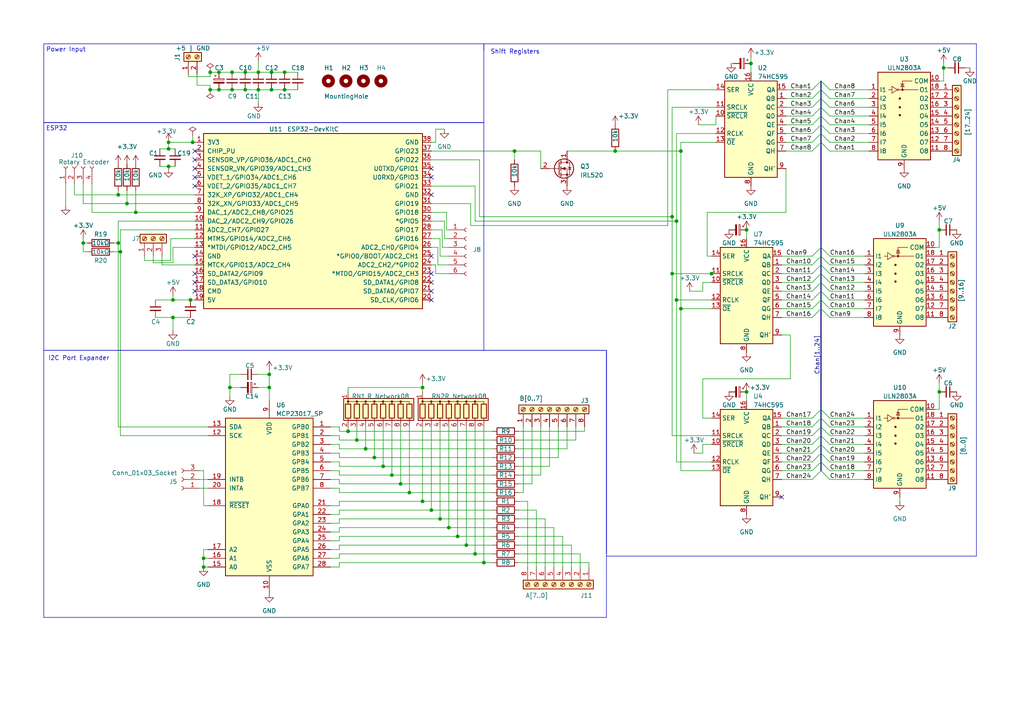
<source format=kicad_sch>
(kicad_sch (version 20230121) (generator eeschema)
  (paper "A4")
  (title_block (title "Workbench Controller") (date "2023-05-27") (rev "V.20230527.01"))
  (junction (at 71.12 26.035))
  (junction (at 137.795 160.655))
  (junction (at 50.165 86.995))
  (junction (at 34.29 70.485))
  (junction (at 48.895 43.18))
  (junction (at 196.215 86.995))
  (junction (at 103.505 127.635))
  (junction (at 197.485 43.815))
  (junction (at 82.55 20.955))
  (junction (at 60.96 20.955))
  (junction (at 55.88 41.275))
  (junction (at 216.535 66.675))
  (junction (at 100.965 125.095))
  (junction (at 34.925 73.025))
  (junction (at 67.31 26.035))
  (junction (at 125.095 147.955))
  (junction (at 78.74 20.955))
  (junction (at 217.805 18.415))
  (junction (at 59.055 164.465))
  (junction (at 135.255 158.115))
  (junction (at 206.375 79.375))
  (junction (at 272.415 113.665))
  (junction (at 60.96 26.035))
  (junction (at 48.895 41.275))
  (junction (at 197.485 89.535))
  (junction (at 59.055 161.925))
  (junction (at 130.175 153.035))
  (junction (at 140.335 163.195))
  (junction (at 273.685 19.685))
  (junction (at 122.555 145.415))
  (junction (at 127.635 150.495))
  (junction (at 272.415 66.675))
  (junction (at 55.245 86.995))
  (junction (at 82.55 26.035))
  (junction (at 74.93 20.955))
  (junction (at 132.715 155.575))
  (junction (at 194.945 62.865))
  (junction (at 63.5 20.955))
  (junction (at 113.665 137.795))
  (junction (at 71.12 20.955))
  (junction (at 78.105 112.395))
  (junction (at 111.125 135.255))
  (junction (at 216.535 113.665))
  (junction (at 48.895 48.26))
  (junction (at 122.555 112.395))
  (junction (at 194.945 79.375))
  (junction (at 50.165 92.075))
  (junction (at 36.83 59.055))
  (junction (at 74.93 26.035))
  (junction (at 24.13 70.485))
  (junction (at 66.675 112.395))
  (junction (at 106.045 130.175))
  (junction (at 108.585 132.715))
  (junction (at 116.205 140.335))
  (junction (at 178.435 43.815))
  (junction (at 34.29 56.515))
  (junction (at 78.105 108.585))
  (junction (at 63.5 26.035))
  (junction (at 149.225 43.815))
  (junction (at 67.31 20.955))
  (junction (at 118.745 142.875))
  (junction (at 78.74 26.035))
  (junction (at 39.37 61.595))
  (junction (at 196.215 64.135))
  (no_connect (at 56.515 46.355))
  (no_connect (at 56.515 81.915))
  (no_connect (at 56.515 48.895))
  (no_connect (at 56.515 43.815))
  (no_connect (at 125.095 51.435))
  (no_connect (at 125.095 86.995))
  (no_connect (at 56.515 51.435))
  (no_connect (at 125.095 48.895))
  (no_connect (at 125.095 79.375))
  (no_connect (at 125.095 84.455))
  (no_connect (at 56.515 53.975))
  (no_connect (at 56.515 79.375))
  (no_connect (at 56.515 84.455))
  (no_connect (at 125.095 56.515))
  (no_connect (at 56.515 74.295))
  (no_connect (at 226.695 144.145))
  (no_connect (at 125.095 81.915))
  (no_connect (at 125.095 74.295))
  (bus_entry (at 240.665 136.525) (size -2.54 -2.54))
  (bus_entry (at 235.585 38.735) (size 2.54 -2.54))
  (bus_entry (at 240.665 79.375) (size -2.54 -2.54))
  (bus_entry (at 240.665 131.445) (size -2.54 -2.54))
  (bus_entry (at 240.665 84.455) (size -2.54 -2.54))
  (bus_entry (at 235.585 139.065) (size 2.54 -2.54))
  (bus_entry (at 235.585 81.915) (size 2.54 -2.54))
  (bus_entry (at 240.665 89.535) (size -2.54 -2.54))
  (bus_entry (at 235.585 28.575) (size 2.54 -2.54))
  (bus_entry (at 235.585 86.995) (size 2.54 -2.54))
  (bus_entry (at 235.585 36.195) (size 2.54 -2.54))
  (bus_entry (at 235.585 131.445) (size 2.54 -2.54))
  (bus_entry (at 235.585 79.375) (size 2.54 -2.54))
  (bus_entry (at 240.665 128.905) (size -2.54 -2.54))
  (bus_entry (at 235.585 126.365) (size 2.54 -2.54))
  (bus_entry (at 235.585 89.535) (size 2.54 -2.54))
  (bus_entry (at 240.665 36.195) (size -2.54 -2.54))
  (bus_entry (at 235.585 123.825) (size 2.54 -2.54))
  (bus_entry (at 240.665 81.915) (size -2.54 -2.54))
  (bus_entry (at 235.585 84.455) (size 2.54 -2.54))
  (bus_entry (at 240.665 126.365) (size -2.54 -2.54))
  (bus_entry (at 240.665 92.075) (size -2.54 -2.54))
  (bus_entry (at 235.585 76.835) (size 2.54 -2.54))
  (bus_entry (at 235.585 92.075) (size 2.54 -2.54))
  (bus_entry (at 240.665 86.995) (size -2.54 -2.54))
  (bus_entry (at 240.665 31.115) (size -2.54 -2.54))
  (bus_entry (at 240.665 76.835) (size -2.54 -2.54))
  (bus_entry (at 240.665 33.655) (size -2.54 -2.54))
  (bus_entry (at 235.585 128.905) (size 2.54 -2.54))
  (bus_entry (at 235.585 74.295) (size 2.54 -2.54))
  (bus_entry (at 235.585 26.035) (size 2.54 -2.54))
  (bus_entry (at 235.585 121.285) (size 2.54 -2.54))
  (bus_entry (at 240.665 139.065) (size -2.54 -2.54))
  (bus_entry (at 240.665 28.575) (size -2.54 -2.54))
  (bus_entry (at 235.585 136.525) (size 2.54 -2.54))
  (bus_entry (at 235.585 43.815) (size 2.54 -2.54))
  (bus_entry (at 235.585 33.655) (size 2.54 -2.54))
  (bus_entry (at 235.585 41.275) (size 2.54 -2.54))
  (bus_entry (at 240.665 38.735) (size -2.54 -2.54))
  (bus_entry (at 235.585 133.985) (size 2.54 -2.54))
  (bus_entry (at 240.665 121.285) (size -2.54 -2.54))
  (bus_entry (at 240.665 74.295) (size -2.54 -2.54))
  (bus_entry (at 240.665 41.275) (size -2.54 -2.54))
  (bus_entry (at 240.665 26.035) (size -2.54 -2.54))
  (bus_entry (at 240.665 133.985) (size -2.54 -2.54))
  (bus_entry (at 235.585 31.115) (size 2.54 -2.54))
  (bus_entry (at 240.665 123.825) (size -2.54 -2.54))
  (bus_entry (at 240.665 43.815) (size -2.54 -2.54))
  (bus (pts (xy 238.125 128.905) (xy 238.125 126.365)))
  (wire (pts (xy 273.685 18.415) (xy 273.685 19.685)))
  (wire (pts (xy 137.795 160.655) (xy 142.875 160.655)))
  (wire (pts (xy 151.765 142.875) (xy 150.495 142.875)))
  (wire (pts (xy 216.535 113.665) (xy 216.535 116.205)))
  (wire (pts (xy 137.795 64.135) (xy 196.215 64.135)))
  (wire (pts (xy 36.83 59.055) (xy 56.515 59.055)))
  (wire (pts (xy 98.425 156.845) (xy 95.885 156.845)))
  (wire (pts (xy 95.885 154.305) (xy 98.425 154.305)))
  (bus (pts (xy 238.125 84.455) (xy 238.125 81.915)))
  (wire (pts (xy 60.96 24.765) (xy 60.96 26.035)))
  (wire (pts (xy 226.695 76.835) (xy 235.585 76.835)))
  (wire (pts (xy 116.205 140.335) (xy 142.875 140.335)))
  (wire (pts (xy 125.095 71.755) (xy 127 71.755)))
  (wire (pts (xy 128.905 64.135) (xy 125.095 64.135)))
  (wire (pts (xy 59.055 136.525) (xy 57.785 136.525)))
  (wire (pts (xy 197.485 136.525) (xy 206.375 136.525)))
  (bus (pts (xy 238.125 89.535) (xy 238.125 86.995)))
  (polyline (pts (xy 283.21 161.29) (xy 283.21 12.7)))
  (wire (pts (xy 197.485 89.535) (xy 206.375 89.535)))
  (wire (pts (xy 48.895 43.18) (xy 50.8 43.18)))
  (wire (pts (xy 74.93 108.585) (xy 78.105 108.585)))
  (wire (pts (xy 98.425 158.115) (xy 135.255 158.115)))
  (wire (pts (xy 240.665 136.525) (xy 250.825 136.525)))
  (wire (pts (xy 227.965 33.655) (xy 235.585 33.655)))
  (bus (pts (xy 238.125 133.985) (xy 238.125 131.445)))
  (wire (pts (xy 164.465 123.825) (xy 164.465 130.175)))
  (wire (pts (xy 98.425 160.655) (xy 98.425 161.925)))
  (wire (pts (xy 127.635 150.495) (xy 142.875 150.495)))
  (wire (pts (xy 203.835 121.285) (xy 206.375 121.285)))
  (wire (pts (xy 106.045 123.825) (xy 106.045 130.175)))
  (wire (pts (xy 103.505 123.825) (xy 103.505 127.635)))
  (wire (pts (xy 63.5 20.955) (xy 67.31 20.955)))
  (wire (pts (xy 95.885 133.985) (xy 98.425 133.985)))
  (wire (pts (xy 197.485 43.815) (xy 197.485 89.535)))
  (wire (pts (xy 103.505 127.635) (xy 142.875 127.635)))
  (wire (pts (xy 167.005 127.635) (xy 150.495 127.635)))
  (wire (pts (xy 44.45 76.2) (xy 44.45 74.295)))
  (wire (pts (xy 194.945 79.375) (xy 206.375 79.375)))
  (wire (pts (xy 126.365 79.375) (xy 130.175 79.375)))
  (wire (pts (xy 98.425 145.415) (xy 98.425 146.685)))
  (wire (pts (xy 34.29 64.135) (xy 56.515 64.135)))
  (wire (pts (xy 46.355 48.26) (xy 48.895 48.26)))
  (wire (pts (xy 127.635 123.825) (xy 127.635 150.495)))
  (wire (pts (xy 154.305 140.335) (xy 154.305 123.825)))
  (wire (pts (xy 227.965 28.575) (xy 235.585 28.575)))
  (wire (pts (xy 168.275 164.465) (xy 168.275 160.655)))
  (wire (pts (xy 273.685 19.685) (xy 273.685 23.495)))
  (bus (pts (xy 238.125 79.375) (xy 238.125 76.835)))
  (wire (pts (xy 50.165 76.2) (xy 44.45 76.2)))
  (wire (pts (xy 74.93 20.955) (xy 78.74 20.955)))
  (wire (pts (xy 126.365 37.465) (xy 126.365 41.275)))
  (wire (pts (xy 194.945 62.865) (xy 194.945 79.375)))
  (wire (pts (xy 216.535 66.675) (xy 216.535 69.215)))
  (wire (pts (xy 24.13 70.485) (xy 24.13 73.025)))
  (wire (pts (xy 113.665 123.825) (xy 113.665 137.795)))
  (wire (pts (xy 98.425 137.795) (xy 113.665 137.795)))
  (wire (pts (xy 163.195 155.575) (xy 150.495 155.575)))
  (wire (pts (xy 122.555 123.825) (xy 122.555 145.415)))
  (wire (pts (xy 116.205 123.825) (xy 116.205 140.335)))
  (wire (pts (xy 78.74 26.035) (xy 82.55 26.035)))
  (wire (pts (xy 217.805 18.415) (xy 217.805 20.955)))
  (wire (pts (xy 98.425 130.175) (xy 106.045 130.175)))
  (wire (pts (xy 98.425 139.065) (xy 98.425 140.335)))
  (wire (pts (xy 122.555 112.395) (xy 122.555 113.665)))
  (wire (pts (xy 98.425 155.575) (xy 98.425 156.845)))
  (wire (pts (xy 34.29 70.485) (xy 34.29 123.825)))
  (wire (pts (xy 205.105 74.295) (xy 206.375 74.295)))
  (bus (pts (xy 238.125 76.835) (xy 238.125 74.295)))
  (wire (pts (xy 108.585 123.825) (xy 108.585 132.715)))
  (wire (pts (xy 50.165 71.755) (xy 50.165 76.2)))
  (wire (pts (xy 229.235 109.855) (xy 203.835 109.855)))
  (wire (pts (xy 194.945 31.115) (xy 194.945 62.865)))
  (wire (pts (xy 240.665 131.445) (xy 250.825 131.445)))
  (wire (pts (xy 46.99 76.835) (xy 56.515 76.835)))
  (wire (pts (xy 128.905 37.465) (xy 126.365 37.465)))
  (bus (pts (xy 238.125 81.915) (xy 238.125 79.375)))
  (wire (pts (xy 125.095 76.835) (xy 126.365 76.835)))
  (wire (pts (xy 240.665 121.285) (xy 250.825 121.285)))
  (wire (pts (xy 50.165 85.725) (xy 50.165 86.995)))
  (wire (pts (xy 196.215 86.995) (xy 206.375 86.995)))
  (wire (pts (xy 55.88 39.37) (xy 55.88 41.275)))
  (bus (pts (xy 238.125 131.445) (xy 238.125 128.905)))
  (wire (pts (xy 226.695 133.985) (xy 235.585 133.985)))
  (wire (pts (xy 113.665 137.795) (xy 142.875 137.795)))
  (wire (pts (xy 66.675 108.585) (xy 66.675 112.395)))
  (wire (pts (xy 98.425 153.035) (xy 130.175 153.035)))
  (wire (pts (xy 129.54 66.675) (xy 130.175 66.675)))
  (wire (pts (xy 59.055 146.685) (xy 59.055 136.525)))
  (wire (pts (xy 39.37 61.595) (xy 56.515 61.595)))
  (wire (pts (xy 98.425 160.655) (xy 137.795 160.655)))
  (bus (pts (xy 238.125 41.275) (xy 238.125 71.755)))
  (wire (pts (xy 240.665 126.365) (xy 250.825 126.365)))
  (wire (pts (xy 125.095 69.215) (xy 127.635 69.215)))
  (wire (pts (xy 160.655 153.035) (xy 150.495 153.035)))
  (wire (pts (xy 272.415 111.125) (xy 272.415 113.665)))
  (wire (pts (xy 130.175 123.825) (xy 130.175 153.035)))
  (wire (pts (xy 125.095 123.825) (xy 125.095 147.955)))
  (wire (pts (xy 46.99 74.295) (xy 46.99 76.835)))
  (wire (pts (xy 57.15 21.59) (xy 57.15 24.765)))
  (wire (pts (xy 226.695 136.525) (xy 235.585 136.525)))
  (wire (pts (xy 272.415 23.495) (xy 273.685 23.495)))
  (polyline (pts (xy 140.335 12.7) (xy 140.335 14.605)))
  (wire (pts (xy 154.305 140.335) (xy 150.495 140.335)))
  (wire (pts (xy 82.55 26.035) (xy 86.36 26.035)))
  (wire (pts (xy 34.29 64.135) (xy 34.29 70.485)))
  (wire (pts (xy 226.695 121.285) (xy 235.585 121.285)))
  (wire (pts (xy 98.425 154.305) (xy 98.425 153.035)))
  (wire (pts (xy 200.025 84.455) (xy 203.835 84.455)))
  (wire (pts (xy 240.665 79.375) (xy 250.825 79.375)))
  (wire (pts (xy 98.425 141.605) (xy 98.425 142.875)))
  (wire (pts (xy 207.645 33.655) (xy 207.645 36.195)))
  (wire (pts (xy 98.425 140.335) (xy 116.205 140.335)))
  (wire (pts (xy 24.13 69.215) (xy 24.13 70.485)))
  (wire (pts (xy 98.425 161.925) (xy 95.885 161.925)))
  (wire (pts (xy 132.715 123.825) (xy 132.715 155.575)))
  (wire (pts (xy 111.125 135.255) (xy 142.875 135.255)))
  (wire (pts (xy 160.655 164.465) (xy 160.655 153.035)))
  (bus (pts (xy 238.125 136.525) (xy 238.125 133.985)))
  (wire (pts (xy 167.005 123.825) (xy 167.005 127.635)))
  (bus (pts (xy 238.125 86.995) (xy 238.125 84.455)))
  (wire (pts (xy 271.145 71.755) (xy 272.415 71.755)))
  (wire (pts (xy 66.675 112.395) (xy 66.675 114.935)))
  (wire (pts (xy 98.425 123.825) (xy 98.425 125.095)))
  (wire (pts (xy 126.365 76.835) (xy 126.365 79.375)))
  (wire (pts (xy 74.93 17.78) (xy 74.93 20.955)))
  (wire (pts (xy 128.905 69.215) (xy 128.905 64.135)))
  (wire (pts (xy 95.885 131.445) (xy 98.425 131.445)))
  (wire (pts (xy 196.215 86.995) (xy 196.215 133.985)))
  (wire (pts (xy 125.095 43.815) (xy 149.225 43.815)))
  (wire (pts (xy 205.105 61.595) (xy 227.965 61.595)))
  (wire (pts (xy 26.67 53.34) (xy 26.67 61.595)))
  (wire (pts (xy 207.645 79.375) (xy 206.375 79.375)))
  (wire (pts (xy 122.555 111.125) (xy 122.555 112.395)))
  (polyline (pts (xy 175.895 101.6) (xy 175.895 160.655)))
  (wire (pts (xy 122.555 145.415) (xy 142.875 145.415)))
  (wire (pts (xy 78.105 112.395) (xy 78.105 116.205)))
  (bus (pts (xy 238.125 36.195) (xy 238.125 33.655)))
  (wire (pts (xy 125.095 147.955) (xy 142.875 147.955)))
  (wire (pts (xy 240.665 26.035) (xy 252.095 26.035)))
  (wire (pts (xy 155.575 147.955) (xy 150.495 147.955)))
  (wire (pts (xy 240.665 36.195) (xy 252.095 36.195)))
  (polyline (pts (xy 283.21 12.7) (xy 140.335 12.7)))
  (wire (pts (xy 34.925 73.025) (xy 34.925 126.365)))
  (wire (pts (xy 82.55 20.955) (xy 86.36 20.955)))
  (wire (pts (xy 193.675 26.035) (xy 193.675 65.405)))
  (wire (pts (xy 240.665 81.915) (xy 250.825 81.915)))
  (wire (pts (xy 260.985 144.145) (xy 260.985 145.415)))
  (wire (pts (xy 46.355 43.18) (xy 48.895 43.18)))
  (wire (pts (xy 48.895 48.895) (xy 48.895 48.26)))
  (wire (pts (xy 272.415 113.665) (xy 272.415 118.745)))
  (wire (pts (xy 21.59 53.34) (xy 21.59 56.515)))
  (wire (pts (xy 55.88 41.275) (xy 56.515 41.275)))
  (wire (pts (xy 139.065 62.865) (xy 194.945 62.865)))
  (wire (pts (xy 45.085 86.995) (xy 50.165 86.995)))
  (wire (pts (xy 161.925 132.715) (xy 150.495 132.715)))
  (wire (pts (xy 127 71.755) (xy 127 76.835)))
  (wire (pts (xy 60.96 26.035) (xy 63.5 26.035)))
  (bus (pts (xy 238.125 89.535) (xy 238.125 118.745)))
  (polyline (pts (xy 140.335 101.6) (xy 175.895 101.6)))
  (wire (pts (xy 125.095 53.975) (xy 137.795 53.975)))
  (wire (pts (xy 98.425 142.875) (xy 118.745 142.875)))
  (wire (pts (xy 136.525 65.405) (xy 193.675 65.405)))
  (wire (pts (xy 95.885 164.465) (xy 98.425 164.465)))
  (bus (pts (xy 238.125 126.365) (xy 238.125 123.825)))
  (wire (pts (xy 59.055 146.685) (xy 60.325 146.685)))
  (wire (pts (xy 153.035 164.465) (xy 153.035 145.415)))
  (wire (pts (xy 156.845 43.815) (xy 156.845 48.895)))
  (wire (pts (xy 39.37 55.245) (xy 39.37 61.595)))
  (wire (pts (xy 194.945 126.365) (xy 206.375 126.365)))
  (wire (pts (xy 127 76.835) (xy 130.175 76.835)))
  (wire (pts (xy 98.425 159.385) (xy 98.425 158.115)))
  (wire (pts (xy 156.845 137.795) (xy 150.495 137.795)))
  (wire (pts (xy 118.745 123.825) (xy 118.745 142.875)))
  (wire (pts (xy 272.415 64.135) (xy 272.415 66.675)))
  (wire (pts (xy 137.795 123.825) (xy 137.795 160.655)))
  (wire (pts (xy 126.365 41.275) (xy 125.095 41.275)))
  (wire (pts (xy 98.425 132.715) (xy 108.585 132.715)))
  (wire (pts (xy 240.665 128.905) (xy 250.825 128.905)))
  (wire (pts (xy 48.895 41.275) (xy 55.88 41.275)))
  (wire (pts (xy 98.425 128.905) (xy 98.425 130.175)))
  (wire (pts (xy 274.955 19.685) (xy 273.685 19.685)))
  (wire (pts (xy 226.695 79.375) (xy 235.585 79.375)))
  (wire (pts (xy 240.665 89.535) (xy 250.825 89.535)))
  (wire (pts (xy 50.165 86.995) (xy 55.245 86.995)))
  (wire (pts (xy 158.115 164.465) (xy 158.115 150.495)))
  (wire (pts (xy 226.695 74.295) (xy 235.585 74.295)))
  (wire (pts (xy 36.83 55.245) (xy 36.83 59.055)))
  (wire (pts (xy 60.96 22.225) (xy 60.96 20.955)))
  (wire (pts (xy 194.945 79.375) (xy 194.945 126.365)))
  (wire (pts (xy 207.645 36.195) (xy 202.565 36.195)))
  (wire (pts (xy 98.425 126.365) (xy 98.425 127.635)))
  (wire (pts (xy 55.245 86.995) (xy 56.515 86.995)))
  (wire (pts (xy 78.105 108.585) (xy 78.105 112.395)))
  (wire (pts (xy 196.215 38.735) (xy 196.215 64.135)))
  (wire (pts (xy 34.29 123.825) (xy 60.325 123.825)))
  (bus (pts (xy 238.125 38.735) (xy 238.125 36.195)))
  (wire (pts (xy 34.29 55.245) (xy 34.29 56.515)))
  (wire (pts (xy 203.835 131.445) (xy 201.295 131.445)))
  (wire (pts (xy 130.175 69.215) (xy 128.905 69.215)))
  (wire (pts (xy 226.695 131.445) (xy 235.585 131.445)))
  (wire (pts (xy 67.31 26.035) (xy 71.12 26.035)))
  (wire (pts (xy 78.105 107.315) (xy 78.105 108.585)))
  (wire (pts (xy 165.735 158.115) (xy 150.495 158.115)))
  (wire (pts (xy 240.665 76.835) (xy 250.825 76.835)))
  (wire (pts (xy 240.665 86.995) (xy 250.825 86.995)))
  (wire (pts (xy 159.385 123.825) (xy 159.385 135.255)))
  (bus (pts (xy 238.125 31.115) (xy 238.125 28.575)))
  (wire (pts (xy 59.055 161.925) (xy 59.055 159.385)))
  (wire (pts (xy 136.525 65.405) (xy 136.525 59.055)))
  (wire (pts (xy 34.925 66.675) (xy 56.515 66.675)))
  (wire (pts (xy 227.965 43.815) (xy 235.585 43.815)))
  (wire (pts (xy 60.325 141.605) (xy 57.785 141.605)))
  (wire (pts (xy 196.215 64.135) (xy 196.215 86.995)))
  (wire (pts (xy 135.255 158.115) (xy 142.875 158.115)))
  (wire (pts (xy 26.67 61.595) (xy 39.37 61.595)))
  (wire (pts (xy 24.13 59.055) (xy 36.83 59.055)))
  (wire (pts (xy 203.835 81.915) (xy 206.375 81.915)))
  (wire (pts (xy 98.425 164.465) (xy 98.425 163.195)))
  (wire (pts (xy 226.695 126.365) (xy 235.585 126.365)))
  (wire (pts (xy 226.695 97.155) (xy 229.235 97.155)))
  (wire (pts (xy 125.095 61.595) (xy 129.54 61.595)))
  (wire (pts (xy 240.665 123.825) (xy 250.825 123.825)))
  (polyline (pts (xy 175.895 161.29) (xy 283.21 161.29)))
  (wire (pts (xy 226.695 84.455) (xy 235.585 84.455)))
  (wire (pts (xy 140.335 163.195) (xy 142.875 163.195)))
  (wire (pts (xy 60.325 161.925) (xy 59.055 161.925)))
  (wire (pts (xy 59.055 164.465) (xy 59.055 161.925)))
  (wire (pts (xy 226.695 81.915) (xy 235.585 81.915)))
  (wire (pts (xy 240.665 133.985) (xy 250.825 133.985)))
  (wire (pts (xy 63.5 26.035) (xy 67.31 26.035)))
  (wire (pts (xy 95.885 126.365) (xy 98.425 126.365)))
  (bus (pts (xy 238.125 41.275) (xy 238.125 38.735)))
  (wire (pts (xy 98.425 125.095) (xy 100.965 125.095)))
  (wire (pts (xy 34.925 66.675) (xy 34.925 73.025)))
  (wire (pts (xy 197.485 89.535) (xy 197.485 136.525)))
  (wire (pts (xy 240.665 33.655) (xy 252.095 33.655)))
  (wire (pts (xy 127.635 69.215) (xy 127.635 74.295)))
  (wire (pts (xy 98.425 163.195) (xy 140.335 163.195)))
  (wire (pts (xy 170.815 164.465) (xy 170.815 163.195)))
  (wire (pts (xy 127.635 74.295) (xy 130.175 74.295)))
  (bus (pts (xy 238.125 71.755) (xy 238.125 74.295)))
  (wire (pts (xy 281.305 19.685) (xy 280.035 19.685)))
  (bus (pts (xy 238.125 121.285) (xy 238.125 118.745)))
  (wire (pts (xy 156.845 137.795) (xy 156.845 123.825)))
  (wire (pts (xy 95.885 139.065) (xy 98.425 139.065)))
  (wire (pts (xy 130.175 153.035) (xy 142.875 153.035)))
  (wire (pts (xy 164.465 43.815) (xy 178.435 43.815)))
  (wire (pts (xy 226.695 86.995) (xy 235.585 86.995)))
  (wire (pts (xy 205.105 61.595) (xy 205.105 74.295)))
  (wire (pts (xy 50.165 92.075) (xy 55.245 92.075)))
  (wire (pts (xy 19.05 53.34) (xy 19.05 59.69)))
  (wire (pts (xy 240.665 92.075) (xy 250.825 92.075)))
  (wire (pts (xy 34.29 56.515) (xy 56.515 56.515)))
  (wire (pts (xy 60.96 24.765) (xy 57.15 24.765)))
  (wire (pts (xy 139.065 46.355) (xy 139.065 62.865)))
  (bus (pts (xy 238.125 28.575) (xy 238.125 26.035)))
  (wire (pts (xy 98.425 127.635) (xy 103.505 127.635)))
  (wire (pts (xy 153.035 145.415) (xy 150.495 145.415)))
  (wire (pts (xy 203.835 109.855) (xy 203.835 121.285)))
  (wire (pts (xy 100.965 113.665) (xy 100.965 112.395)))
  (wire (pts (xy 98.425 146.685) (xy 95.885 146.685)))
  (wire (pts (xy 60.325 139.065) (xy 57.785 139.065)))
  (wire (pts (xy 272.415 66.675) (xy 272.415 71.755)))
  (wire (pts (xy 98.425 133.985) (xy 98.425 135.255)))
  (wire (pts (xy 66.675 112.395) (xy 69.85 112.395)))
  (wire (pts (xy 95.885 136.525) (xy 98.425 136.525)))
  (wire (pts (xy 71.12 26.035) (xy 74.93 26.035)))
  (wire (pts (xy 111.125 123.825) (xy 111.125 135.255)))
  (wire (pts (xy 100.965 112.395) (xy 122.555 112.395)))
  (wire (pts (xy 159.385 135.255) (xy 150.495 135.255)))
  (wire (pts (xy 164.465 130.175) (xy 150.495 130.175)))
  (wire (pts (xy 169.545 125.095) (xy 150.495 125.095)))
  (wire (pts (xy 240.665 84.455) (xy 250.825 84.455)))
  (wire (pts (xy 33.02 70.485) (xy 34.29 70.485)))
  (wire (pts (xy 240.665 139.065) (xy 250.825 139.065)))
  (wire (pts (xy 95.885 128.905) (xy 98.425 128.905)))
  (wire (pts (xy 128.27 66.675) (xy 128.27 71.755)))
  (wire (pts (xy 74.93 112.395) (xy 78.105 112.395)))
  (wire (pts (xy 25.4 70.485) (xy 24.13 70.485)))
  (wire (pts (xy 132.715 155.575) (xy 142.875 155.575)))
  (wire (pts (xy 98.425 145.415) (xy 122.555 145.415)))
  (wire (pts (xy 155.575 164.465) (xy 155.575 147.955)))
  (wire (pts (xy 226.695 123.825) (xy 235.585 123.825)))
  (wire (pts (xy 226.695 92.075) (xy 235.585 92.075)))
  (wire (pts (xy 178.435 43.815) (xy 197.485 43.815)))
  (wire (pts (xy 118.745 142.875) (xy 142.875 142.875)))
  (wire (pts (xy 170.815 163.195) (xy 150.495 163.195)))
  (wire (pts (xy 169.545 123.825) (xy 169.545 125.095)))
  (wire (pts (xy 125.095 46.355) (xy 139.065 46.355)))
  (wire (pts (xy 149.225 46.355) (xy 149.225 43.815)))
  (wire (pts (xy 71.12 20.955) (xy 74.93 20.955)))
  (wire (pts (xy 98.425 150.495) (xy 127.635 150.495)))
  (bus (pts (xy 238.125 33.655) (xy 238.125 31.115)))
  (wire (pts (xy 194.945 31.115) (xy 207.645 31.115)))
  (wire (pts (xy 227.965 26.035) (xy 235.585 26.035)))
  (wire (pts (xy 193.675 26.035) (xy 207.645 26.035)))
  (wire (pts (xy 98.425 135.255) (xy 111.125 135.255)))
  (wire (pts (xy 50.165 71.755) (xy 56.515 71.755)))
  (wire (pts (xy 240.665 43.815) (xy 252.095 43.815)))
  (wire (pts (xy 229.235 97.155) (xy 229.235 109.855)))
  (wire (pts (xy 24.13 73.025) (xy 25.4 73.025)))
  (wire (pts (xy 59.055 159.385) (xy 60.325 159.385)))
  (wire (pts (xy 227.965 48.895) (xy 227.965 61.595)))
  (wire (pts (xy 196.215 133.985) (xy 206.375 133.985)))
  (wire (pts (xy 49.53 69.215) (xy 56.515 69.215)))
  (wire (pts (xy 95.885 123.825) (xy 98.425 123.825)))
  (wire (pts (xy 74.93 26.035) (xy 74.93 29.845)))
  (wire (pts (xy 240.665 38.735) (xy 252.095 38.735)))
  (wire (pts (xy 227.965 38.735) (xy 235.585 38.735)))
  (wire (pts (xy 240.665 41.275) (xy 252.095 41.275)))
  (wire (pts (xy 125.095 66.675) (xy 128.27 66.675)))
  (wire (pts (xy 60.96 20.955) (xy 63.5 20.955)))
  (wire (pts (xy 165.735 164.465) (xy 165.735 158.115)))
  (wire (pts (xy 100.965 123.825) (xy 100.965 125.095)))
  (wire (pts (xy 197.485 41.275) (xy 197.485 43.815)))
  (wire (pts (xy 98.425 147.955) (xy 125.095 147.955)))
  (wire (pts (xy 140.335 123.825) (xy 140.335 163.195)))
  (wire (pts (xy 226.695 128.905) (xy 235.585 128.905)))
  (wire (pts (xy 203.835 128.905) (xy 203.835 131.445)))
  (wire (pts (xy 196.215 38.735) (xy 207.645 38.735)))
  (wire (pts (xy 108.585 132.715) (xy 142.875 132.715)))
  (wire (pts (xy 137.795 53.975) (xy 137.795 64.135)))
  (wire (pts (xy 95.885 151.765) (xy 98.425 151.765)))
  (wire (pts (xy 33.02 73.025) (xy 34.925 73.025)))
  (wire (pts (xy 74.93 26.035) (xy 78.74 26.035)))
  (wire (pts (xy 95.885 149.225) (xy 98.425 149.225)))
  (wire (pts (xy 135.255 123.825) (xy 135.255 158.115)))
  (bus (pts (xy 238.125 123.825) (xy 238.125 121.285)))
  (wire (pts (xy 49.53 69.215) (xy 49.53 75.565)))
  (wire (pts (xy 48.895 48.26) (xy 50.8 48.26)))
  (wire (pts (xy 168.275 160.655) (xy 150.495 160.655)))
  (wire (pts (xy 34.925 126.365) (xy 60.325 126.365)))
  (bus (pts (xy 238.125 26.035) (xy 238.125 23.495)))
  (wire (pts (xy 226.695 89.535) (xy 235.585 89.535)))
  (wire (pts (xy 60.325 164.465) (xy 59.055 164.465)))
  (wire (pts (xy 69.85 108.585) (xy 66.675 108.585)))
  (wire (pts (xy 49.53 75.565) (xy 41.91 75.565)))
  (wire (pts (xy 151.765 123.825) (xy 151.765 142.875)))
  (wire (pts (xy 106.045 130.175) (xy 142.875 130.175)))
  (wire (pts (xy 41.91 75.565) (xy 41.91 74.295)))
  (wire (pts (xy 98.425 149.225) (xy 98.425 147.955)))
  (wire (pts (xy 95.885 159.385) (xy 98.425 159.385)))
  (wire (pts (xy 21.59 56.515) (xy 34.29 56.515)))
  (wire (pts (xy 100.965 125.095) (xy 142.875 125.095)))
  (wire (pts (xy 227.965 31.115) (xy 235.585 31.115)))
  (wire (pts (xy 240.665 28.575) (xy 252.095 28.575)))
  (wire (pts (xy 271.145 118.745) (xy 272.415 118.745)))
  (wire (pts (xy 212.09 18.415) (xy 212.725 18.415)))
  (wire (pts (xy 24.13 53.34) (xy 24.13 59.055)))
  (wire (pts (xy 136.525 59.055) (xy 125.095 59.055)))
  (wire (pts (xy 129.54 61.595) (xy 129.54 66.675)))
  (wire (pts (xy 161.925 123.825) (xy 161.925 132.715)))
  (wire (pts (xy 78.74 20.955) (xy 82.55 20.955)))
  (wire (pts (xy 226.695 139.065) (xy 235.585 139.065)))
  (wire (pts (xy 50.165 92.075) (xy 50.165 95.885)))
  (wire (pts (xy 128.27 71.755) (xy 130.175 71.755)))
  (wire (pts (xy 67.31 20.955) (xy 71.12 20.955)))
  (wire (pts (xy 98.425 150.495) (xy 98.425 151.765)))
  (wire (pts (xy 95.885 141.605) (xy 98.425 141.605)))
  (wire (pts (xy 98.425 131.445) (xy 98.425 132.715)))
  (wire (pts (xy 48.895 41.275) (xy 48.895 43.18)))
  (wire (pts (xy 54.61 21.59) (xy 54.61 22.225)))
  (wire (pts (xy 163.195 164.465) (xy 163.195 155.575)))
  (wire (pts (xy 54.61 22.225) (xy 60.96 22.225)))
  (wire (pts (xy 227.965 36.195) (xy 235.585 36.195)))
  (wire (pts (xy 98.425 155.575) (xy 132.715 155.575)))
  (wire (pts (xy 227.965 41.275) (xy 235.585 41.275)))
  (wire (pts (xy 149.225 43.815) (xy 156.845 43.815)))
  (wire (pts (xy 240.665 31.115) (xy 252.095 31.115)))
  (wire (pts (xy 206.375 128.905) (xy 203.835 128.905)))
  (wire (pts (xy 240.665 74.295) (xy 250.825 74.295)))
  (wire (pts (xy 207.645 41.275) (xy 197.485 41.275)))
  (wire (pts (xy 98.425 136.525) (xy 98.425 137.795)))
  (wire (pts (xy 45.085 92.075) (xy 50.165 92.075)))
  (wire (pts (xy 217.805 16.51) (xy 217.805 18.415)))
  (wire (pts (xy 158.115 150.495) (xy 150.495 150.495)))
  (wire (pts (xy 203.835 84.455) (xy 203.835 81.915)))
  (rectangle (start 12.7 12.7) (end 140.335 35.56))
  (rectangle (start 12.7 101.6) (end 175.895 179.07))
  (rectangle (start 12.7 35.56) (end 140.335 101.6))
  (text "ESP32" (at 13.335 38.1 0) (effects (font (size 1.27 1.27)) (justify left bottom)))
  (text "Power Input\n" (at 13.335 15.24 0) (effects (font (size 1.27 1.27)) (justify left bottom)))
  (text "Shift Registers" (at 142.24 15.875 0) (effects (font (size 1.27 1.27)) (justify left bottom)))
  (text "I2C Port Expander\n" (at 13.97 104.775 0) (effects (font (size 1.27 1.27)) (justify left bottom)))
  (label "Chan15" (at 227.965 89.535 0))
  (label "Chan10" (at 240.665 89.535 0))
  (label "Chan8" (at 229.235 43.815 0))
  (label "Chan14" (at 227.965 86.995 0))
  (label "Chan9" (at 240.665 92.075 0))
  (label "Chan6" (at 241.935 31.115 0))
  (label "Chan4" (at 241.935 36.195 0))
  (label "Chan18" (at 227.965 123.825 0))
  (label "Chan7" (at 241.935 28.575 0))
  (label "Chan23" (at 240.665 123.825 0))
  (label "Chan20" (at 227.965 128.905 0))
  (label "Chan24" (at 240.665 121.285 0))
  (label "Chan1" (at 241.935 43.815 0))
  (label "Chan13" (at 227.965 84.455 0))
  (label "Chan10" (at 227.965 76.835 0))
  (label "Chan19" (at 227.965 126.365 0))
  (label "Chan17" (at 227.965 121.285 0))
  (label "Chan7" (at 229.235 41.275 0))
  (label "Chan2" (at 229.235 28.575 0))
  (label "Chan24" (at 227.965 139.065 0))
  (label "Chan12" (at 227.965 81.915 0))
  (label "Chan13" (at 240.665 81.915 0))
  (label "Chan17" (at 240.665 139.065 0))
  (label "Chan11" (at 227.965 79.375 0))
  (label "Chan21" (at 227.965 131.445 0))
  (label "Chan4" (at 229.235 33.655 0))
  (label "Chan16" (at 240.665 74.295 0))
  (label "Chan8" (at 241.935 26.035 0))
  (label "Chan3" (at 229.235 31.115 0))
  (label "Chan1" (at 229.235 26.035 0))
  (label "Chan5" (at 229.235 36.195 0))
  (label "Chan12" (at 240.665 84.455 0))
  (label "Chan18" (at 240.665 136.525 0))
  (label "Chan3" (at 241.935 38.735 0))
  (label "Chan2" (at 241.935 41.275 0))
  (label "Chan11" (at 240.665 86.995 0))
  (label "Chan22" (at 227.965 133.985 0))
  (label "Chan23" (at 227.965 136.525 0))
  (label "Chan21" (at 240.665 128.905 0))
  (label "Chan14" (at 240.665 79.375 0))
  (label "Chan15" (at 240.665 76.835 0))
  (label "Chan5" (at 241.935 33.655 0))
  (label "Chan16" (at 227.965 92.075 0))
  (label "Chan20" (at 240.665 131.445 0))
  (label "Chan6" (at 229.235 38.735 0))
  (label "Chan[1..24]" (at 238.125 108.585 90))
  (label "Chan9" (at 227.965 74.295 0))
  (label "Chan19" (at 240.665 133.985 0))
  (label "Chan22" (at 240.665 126.365 0))
  (symbol (lib_id "Device:C_Small") (at 71.12 23.495 0) (unit 1)
    (property "Reference" "C10" (at 69.215 19.685 0) (effects (justify left)))
    (property "Value" "C" (effects hide))
    (property "Footprint" "Capacitor_SMD:C_1210_3225Metric_Pad1.33x2.70mm_HandSolder" (effects hide))
  )
  (symbol (lib_id "power:PWR_FLAG") (at 55.88 39.37 0) (unit 1)
    (property "Reference" "#FLG03" (effects hide))
    (property "Value" "PWR_FLAG" (effects hide))
  )
  (symbol (lib_id "Mechanical:MountingHole") (at 95.25 23.495 0) (unit 1)
    (property "Reference" "H1" (at 93.98 19.685 0) (effects (justify left)))
    (property "Value" "MountingHole" (at 93.98 27.94 0) (effects (justify left)))
    (property "Footprint" "MountingHole:MountingHole_4.3mm_M4_Pad_Via" (effects hide))
  )
  (symbol (lib_id "Connector:Conn_01x03_Socket") (at 52.705 139.065 180) (unit 1)
    (property "Reference" "J5" (at 51.435 139.7 0) (effects (justify left)))
    (property "Value" "Conn_01x03_Socket" (at 51.435 137.16 0) (effects (justify left)))
    (property "Footprint" "Connector_PinHeader_2.54mm:PinHeader_1x03_P2.54mm_Vertical" (effects hide))
  )
  (symbol (lib_id "Device:C_Polarized_Small") (at 213.995 66.675 270) (unit 1)
    (property "Reference" "C15" (effects hide))
    (property "Value" "10uF" (effects hide))
    (property "Footprint" "Capacitor_THT:CP_Radial_D6.3mm_P2.50mm" (effects hide))
    (property "Field4" "Do not connect" (effects hide))
  )
  (symbol (lib_id "power:GND") (at 277.495 113.665 0) (unit 1)
    (property "Reference" "#PWR019" (effects hide))
    (property "Value" "GND" (at 277.495 117.475 0))
  )
  (symbol (lib_id "power:+3.3V") (at 36.83 47.625 0) (unit 1)
    (property "Reference" "#PWR036" (effects hide))
    (property "Value" "+3.3V" (effects hide))
  )
  (symbol (lib_id "power:GND") (at 48.895 48.895 0) (unit 1)
    (property "Reference" "#PWR016" (effects hide))
    (property "Value" "GND" (at 45.085 50.8 0))
  )
  (symbol (lib_id "Device:C_Polarized_Small") (at 72.39 112.395 270) (unit 1)
    (property "Reference" "C14" (at 71.12 114.935 90) (effects (justify left)))
    (property "Value" "10uF" (effects hide))
    (property "Footprint" "Capacitor_THT:CP_Radial_D6.3mm_P2.50mm" (effects hide))
    (property "Field4" "Do not connect" (effects hide))
  )
  (symbol (lib_id "Device:R") (at 146.685 153.035 90) (unit 1)
    (property "Reference" "R4" (at 146.685 153.035 90))
    (property "Value" "R" (effects hide))
    (property "Footprint" "Resistor_THT:R_Axial_DIN0207_L6.3mm_D2.5mm_P7.62mm_Horizontal" (effects hide))
  )
  (symbol (lib_id "Transistor_Array:ULN2803A") (at 260.985 79.375 0) (unit 1)
    (property "Reference" "U9" (at 260.985 65.405 0))
    (property "Value" "ULN2803A" (at 260.985 67.945 0))
    (property "Footprint" "Package_DIP:DIP-18_W7.62mm_LongPads" (effects hide))
    (property "Datasheet" "http://www.ti.com/lit/ds/symlink/uln2803a.pdf" (effects hide))
  )
  (symbol (lib_id "Connector:Screw_Terminal_01x02") (at 54.61 16.51 90) (unit 1)
    (property "Reference" "J1" (at 51.435 17.78 0) (effects (justify left)))
    (property "Value" "+5 | GND" (at 60.96 13.97 90) (effects (justify left)))
    (property "Footprint" "TerminalBlock_Phoenix:TerminalBlock_Phoenix_MKDS-3-2-5.08_1x02_P5.08mm_Horizontal" (effects hide))
  )
  (symbol (lib_id "Device:R") (at 146.685 155.575 90) (unit 1)
    (property "Reference" "R5" (at 146.685 155.575 90))
    (property "Value" "R" (effects hide))
    (property "Footprint" "Resistor_THT:R_Axial_DIN0207_L6.3mm_D2.5mm_P7.62mm_Horizontal" (effects hide))
  )
  (symbol (lib_id "Device:R") (at 146.685 158.115 90) (unit 1)
    (property "Reference" "R6" (at 146.685 158.115 90))
    (property "Value" "R" (effects hide))
    (property "Footprint" "Resistor_THT:R_Axial_DIN0207_L6.3mm_D2.5mm_P7.62mm_Horizontal" (effects hide))
  )
  (symbol (lib_id "Device:R") (at 39.37 51.435 0) (unit 1)
    (property "Reference" "R35" (effects hide))
    (property "Value" "10k" (at 39.37 52.705 90) (effects (justify left)))
    (property "Footprint" "Resistor_THT:R_Axial_DIN0207_L6.3mm_D2.5mm_P7.62mm_Horizontal" (effects hide))
  )
  (symbol (lib_id "power:+3.3V") (at 48.895 41.275 0) (unit 1)
    (property "Reference" "#PWR02" (effects hide))
    (property "Value" "+3.3V" (at 48.26 38.1 0))
  )
  (symbol (lib_id "power:+3.3V") (at 216.535 113.665 0) (unit 1)
    (property "Reference" "#PWR042" (effects hide))
    (property "Value" "+3.3V" (at 220.345 112.395 0))
  )
  (symbol (lib_id "Interface_Expansion:MCP23017_SP") (at 78.105 144.145 0) (unit 1)
    (property "Reference" "U6" (at 80.0609 117.475 0) (effects (justify left)))
    (property "Value" "MCP23017_SP" (at 80.0609 120.015 0) (effects (justify left)))
    (property "Footprint" "Package_DIP:DIP-28_W7.62mm" (effects hide))
    (property "Datasheet" "http://ww1.microchip.com/downloads/en/DeviceDoc/20001952C.pdf" (effects hide))
  )
  (symbol (lib_id "power:GND") (at 262.255 48.895 0) (unit 1)
    (property "Reference" "#PWR014" (effects hide))
    (property "Value" "GND" (at 262.255 53.975 0))
  )
  (symbol (lib_id "power:GND") (at 260.985 97.155 0) (unit 1)
    (property "Reference" "#PWR09" (effects hide))
    (property "Value" "GND" (at 260.985 102.235 0))
  )
  (symbol (lib_id "power:PWR_FLAG") (at 60.96 20.955 0) (unit 1)
    (property "Reference" "#FLG01" (effects hide))
    (property "Value" "PWR_FLAG" (effects hide))
  )
  (symbol (lib_id "Device:C_Polarized_Small") (at 215.265 18.415 270) (unit 1)
    (property "Reference" "C17" (effects hide))
    (property "Value" "10uF" (effects hide))
    (property "Footprint" "Capacitor_THT:CP_Radial_D6.3mm_P2.50mm" (effects hide))
    (property "Field4" "Do not connect" (effects hide))
  )
  (symbol (lib_id "Device:R") (at 146.685 150.495 90) (unit 1)
    (property "Reference" "R3" (at 146.685 150.495 90))
    (property "Value" "R" (effects hide))
    (property "Footprint" "Resistor_THT:R_Axial_DIN0207_L6.3mm_D2.5mm_P7.62mm_Horizontal" (effects hide))
  )
  (symbol (lib_id "Mechanical:MountingHole") (at 100.33 23.495 0) (unit 1)
    (property "Reference" "H2" (at 99.06 19.685 0) (effects (justify left)))
    (property "Value" "MountingHole" (effects hide))
    (property "Footprint" "MountingHole:MountingHole_4.3mm_M4_Pad_Via" (effects hide))
  )
  (symbol (lib_id "power:+3.3V") (at 217.805 16.51 0) (unit 1)
    (property "Reference" "#PWR030" (effects hide))
    (property "Value" "+3.3V" (at 221.615 15.24 0))
  )
  (symbol (lib_id "Device:C_Polarized_Small") (at 63.5 23.495 0) (unit 1)
    (property "Reference" "C3" (at 62.23 19.685 0) (effects (justify left)))
    (property "Value" "10uF" (effects hide))
    (property "Footprint" "Capacitor_THT:CP_Radial_D6.3mm_P2.50mm" (effects hide))
    (property "Field4" "Do not connect" (effects hide))
  )
  (symbol (lib_id "power:GND") (at 277.495 66.675 0) (unit 1)
    (property "Reference" "#PWR022" (effects hide))
    (property "Value" "GND" (at 277.495 70.485 0))
  )
  (symbol (lib_id "Device:R_Network08") (at 132.715 118.745 0) (unit 1)
    (property "Reference" "RN2" (at 125.095 114.935 0) (effects (justify left)))
    (property "Value" "R_Network08" (at 128.905 114.935 0) (effects (justify left)))
    (property "Footprint" "Resistor_THT:R_Array_SIP9" (effects hide))
    (property "Datasheet" "http://www.vishay.com/docs/31509/csc.pdf" (effects hide))
  )
  (symbol (lib_id "Device:R") (at 146.685 135.255 90) (unit 1)
    (property "Reference" "R13" (at 146.685 135.255 90))
    (property "Value" "R" (effects hide))
    (property "Footprint" "Resistor_THT:R_Axial_DIN0207_L6.3mm_D2.5mm_P7.62mm_Horizontal" (effects hide))
  )
  (symbol (lib_id "Connector:Screw_Terminal_01x08") (at 159.385 118.745 90) (unit 1)
    (property "Reference" "J3" (at 170.815 116.205 90) (effects (justify left)))
    (property "Value" "B[0..7]" (at 157.48 115.57 90) (effects (justify left)))
    (property "Footprint" "TerminalBlock_Phoenix:TerminalBlock_Phoenix_MKDS-3-8-5.08_1x08_P5.08mm_Horizontal" (effects hide))
  )
  (symbol (lib_id "Device:C_Small") (at 46.355 45.72 0) (unit 1)
    (property "Reference" "C1" (at 43.18 44.45 0) (effects (justify left)))
    (property "Value" "C" (effects hide))
    (property "Footprint" "Capacitor_THT:C_Disc_D5.1mm_W3.2mm_P5.00mm" (effects hide))
  )
  (symbol (lib_id "Transistor_Array:ULN2803A") (at 262.255 31.115 0) (unit 1)
    (property "Reference" "U3" (at 262.255 17.145 0))
    (property "Value" "ULN2803A" (at 262.255 19.685 0))
    (property "Footprint" "Package_DIP:DIP-18_W7.62mm_LongPads" (effects hide))
    (property "Datasheet" "http://www.ti.com/lit/ds/symlink/uln2803a.pdf" (effects hide))
  )
  (symbol (lib_id "Device:R") (at 146.685 130.175 90) (unit 1)
    (property "Reference" "R11" (at 146.685 130.175 90))
    (property "Value" "R" (effects hide))
    (property "Footprint" "Resistor_THT:R_Axial_DIN0207_L6.3mm_D2.5mm_P7.62mm_Horizontal" (effects hide))
  )
  (symbol (lib_id "power:GND") (at 216.535 102.235 0) (unit 1)
    (property "Reference" "#PWR010" (effects hide))
    (property "Value" "GND" (at 216.535 107.315 0))
  )
  (symbol (lib_id "power:+3.3V") (at 178.435 36.195 0) (unit 1)
    (property "Reference" "#PWR046" (effects hide))
    (property "Value" "+3.3V" (at 182.245 33.655 0))
  )
  (symbol (lib_id "Transistor_FET:IRL6283M") (at 161.925 48.895 0) (unit 1)
    (property "Reference" "Q3" (at 168.275 48.26 0) (effects (justify left)))
    (property "Value" "IRL520" (at 168.275 50.8 0) (effects (justify left)))
    (property "Footprint" "Package_TO_SOT_THT:TO-220-3_Vertical" (effects hide))
    (property "Datasheet" "https://www.infineon.com/dgdl/irl6283mpbf.pdf?fileId=5546d462533600a40153565fe9452573" (effects hide))
  )
  (symbol (lib_id "Mechanical:MountingHole") (at 110.49 23.495 0) (unit 1)
    (property "Reference" "H4" (at 109.22 19.685 0) (effects (justify left)))
    (property "Value" "MountingHole" (effects hide))
    (property "Footprint" "MountingHole:MountingHole_4.3mm_M4_Pad_Via" (effects hide))
  )
  (symbol (lib_id "Device:R") (at 36.83 51.435 0) (unit 1)
    (property "Reference" "R22" (effects hide))
    (property "Value" "10k" (at 36.83 52.705 90) (effects (justify left)))
    (property "Footprint" "Resistor_THT:R_Axial_DIN0207_L6.3mm_D2.5mm_P7.62mm_Horizontal" (effects hide))
  )
  (symbol (lib_id "power:GND") (at 74.93 29.845 0) (unit 1)
    (property "Reference" "#PWR06" (effects hide))
    (property "Value" "GND" (at 73.66 33.655 0))
  )
  (symbol (lib_id "Device:C_Small") (at 78.74 23.495 0) (unit 1)
    (property "Reference" "C12" (at 76.835 19.685 0) (effects (justify left)))
    (property "Value" "C" (effects hide))
    (property "Footprint" "Capacitor_SMD:C_1210_3225Metric_Pad1.33x2.70mm_HandSolder" (effects hide))
  )
  (symbol (lib_id "Device:R") (at 149.225 50.165 0) (unit 1)
    (property "Reference" "R52" (effects hide))
    (property "Value" "10k" (at 149.225 51.435 90) (effects (justify left)))
    (property "Footprint" "Resistor_THT:R_Axial_DIN0207_L6.3mm_D2.5mm_P7.62mm_Horizontal" (effects hide))
  )
  (symbol (lib_id "power:GND") (at 66.675 114.935 0) (mirror y) (unit 1)
    (property "Reference" "#PWR039" (effects hide))
    (property "Value" "GND" (at 66.675 118.745 0))
  )
  (symbol (lib_id "Device:R") (at 146.685 125.095 90) (unit 1)
    (property "Reference" "R9" (at 146.685 125.095 90))
    (property "Value" "R" (effects hide))
    (property "Footprint" "Resistor_THT:R_Axial_DIN0207_L6.3mm_D2.5mm_P7.62mm_Horizontal" (effects hide))
  )
  (symbol (lib_id "Device:R") (at 146.685 145.415 90) (unit 1)
    (property "Reference" "R1" (at 146.685 145.415 90))
    (property "Value" "R" (effects hide))
    (property "Footprint" "Resistor_THT:R_Axial_DIN0207_L6.3mm_D2.5mm_P7.62mm_Horizontal" (effects hide))
  )
  (symbol (lib_id "power:+5V") (at 272.415 64.135 0) (unit 1)
    (property "Reference" "#PWR021" (effects hide))
    (property "Value" "+5V" (at 272.415 60.325 0))
  )
  (symbol (lib_id "Device:C_Small") (at 277.495 19.685 270) (unit 1)
    (property "Reference" "C8" (at 276.225 17.145 90) (effects (justify left)))
    (property "Value" "C" (effects hide))
    (property "Footprint" "Capacitor_SMD:C_1210_3225Metric_Pad1.33x2.70mm_HandSolder" (effects hide))
  )
  (symbol (lib_id "power:GND") (at 128.905 37.465 0) (unit 1)
    (property "Reference" "#PWR01" (effects hide))
    (property "Value" "GND" (at 128.905 42.545 0))
  )
  (symbol (lib_id "power:GND") (at 59.055 164.465 0) (unit 1)
    (property "Reference" "#PWR018" (effects hide))
    (property "Value" "GND" (at 59.055 169.545 0))
  )
  (symbol (lib_id "power:GND") (at 212.09 18.415 0) (unit 1)
    (property "Reference" "#PWR04" (effects hide))
    (property "Value" "GND" (at 212.09 22.225 0))
  )
  (symbol (lib_id "Device:C_Small") (at 45.085 89.535 0) (unit 1)
    (property "Reference" "C4" (at 43.815 93.345 0) (effects (justify left)))
    (property "Value" "C" (effects hide))
    (property "Footprint" "Capacitor_SMD:C_1210_3225Metric_Pad1.33x2.70mm_HandSolder" (effects hide))
  )
  (symbol (lib_id "Device:R") (at 146.685 160.655 90) (unit 1)
    (property "Reference" "R7" (at 146.685 160.655 90))
    (property "Value" "R" (effects hide))
    (property "Footprint" "Resistor_THT:R_Axial_DIN0207_L6.3mm_D2.5mm_P7.62mm_Horizontal" (effects hide))
  )
  (symbol (lib_id "power:GND") (at 211.455 66.675 0) (unit 1)
    (property "Reference" "#PWR040" (effects hide))
    (property "Value" "GND" (at 211.455 70.485 0))
  )
  (symbol (lib_id "power:+3.3V") (at 201.295 131.445 0) (unit 1)
    (property "Reference" "#PWR045" (effects hide))
    (property "Value" "+3.3V" (at 201.295 127.635 0))
  )
  (symbol (lib_id "power:GND") (at 19.05 59.69 0) (unit 1)
    (property "Reference" "#PWR034" (effects hide))
    (property "Value" "GND" (effects hide))
  )
  (symbol (lib_id "Connector:Conn_01x04_Socket") (at 21.59 48.26 90) (unit 1)
    (property "Reference" "J10" (at 24.13 45.085 90) (effects (justify left)))
    (property "Value" "Rotary Encoder" (at 31.75 46.99 90) (effects (justify left)))
    (property "Footprint" "TerminalBlock_Phoenix:TerminalBlock_Phoenix_MKDS-3-4-5.08_1x04_P5.08mm_Horizontal" (effects hide))
  )
  (symbol (lib_id "Device:R") (at 29.21 70.485 90) (unit 1)
    (property "Reference" "R19" (at 29.21 67.945 90))
    (property "Value" "10kΩ" (at 29.21 70.485 90))
    (property "Footprint" "Resistor_THT:R_Axial_DIN0207_L6.3mm_D2.5mm_P7.62mm_Horizontal" (effects hide))
    (property "Datasheet" "0603WAF1002T5E" (effects hide))
    (property "JLCPCB" "C25804" (effects hide))
  )
  (symbol (lib_id "power:+5V") (at 272.415 111.125 0) (unit 1)
    (property "Reference" "#PWR033" (effects hide))
    (property "Value" "+5V" (at 272.415 107.315 0))
  )
  (symbol (lib_id "Device:C_Small") (at 82.55 23.495 0) (unit 1)
    (property "Reference" "C13" (at 80.645 27.94 0) (effects (justify left)))
    (property "Value" "C" (effects hide))
    (property "Footprint" "Capacitor_SMD:C_1210_3225Metric_Pad1.33x2.70mm_HandSolder" (effects hide))
  )
  (symbol (lib_id "power:GND") (at 50.165 95.885 0) (unit 1)
    (property "Reference" "#PWR017" (effects hide))
    (property "Value" "GND" (at 50.165 99.695 0))
  )
  (symbol (lib_id "Device:R") (at 146.685 137.795 90) (unit 1)
    (property "Reference" "R14" (at 146.685 137.795 90))
    (property "Value" "R" (effects hide))
    (property "Footprint" "Resistor_THT:R_Axial_DIN0207_L6.3mm_D2.5mm_P7.62mm_Horizontal" (effects hide))
  )
  (symbol (lib_id "power:GND") (at 281.305 19.685 0) (unit 1)
    (property "Reference" "#PWR023" (effects hide))
    (property "Value" "GND" (at 281.305 23.495 0))
  )
  (symbol (lib_id "Esp:ESP32-DevKitC") (at 89.535 64.135 0) (unit 1)
    (property "Reference" "U11" (at 80.01 37.465 0))
    (property "Value" "ESP32-DevKitC" (at 90.805 37.465 0))
    (property "Footprint" "Esp:ESP32-DevKitC" (effects hide))
    (property "Datasheet" "https://docs.espressif.com/projects/esp-idf/zh_CN/latest/esp32/hw-reference/esp32/get-started-devkitc.html" (effects hide))
  )
  (symbol (lib_id "74xx:74HC595") (at 217.805 36.195 0) (unit 1)
    (property "Reference" "U2" (at 219.7609 19.685 0) (effects (justify left)))
    (property "Value" "74HC595" (at 219.7609 22.225 0) (effects (justify left)))
    (property "Footprint" "Package_DIP:DIP-16_W7.62mm_Socket_LongPads" (effects hide))
    (property "Datasheet" "http://www.ti.com/lit/ds/symlink/sn74hc595.pdf" (effects hide))
  )
  (symbol (lib_id "power:+3.3V") (at 24.13 69.215 0) (unit 1)
    (property "Reference" "#PWR020" (effects hide))
    (property "Value" "+3.3V" (at 24.13 65.405 0))
  )
  (symbol (lib_id "Device:C_Small") (at 74.93 23.495 0) (unit 1)
    (property "Reference" "C11" (at 71.12 27.94 0) (effects (justify left)))
    (property "Value" "C" (effects hide))
    (property "Footprint" "Capacitor_SMD:C_1210_3225Metric_Pad1.33x2.70mm_HandSolder" (effects hide))
  )
  (symbol (lib_id "Connector:Screw_Terminal_01x08") (at 277.495 33.655 0) (unit 1)
    (property "Reference" "J4" (at 276.225 46.355 0) (effects (justify left)))
    (property "Value" "[17..24]" (at 280.67 39.37 90) (effects (justify left)))
    (property "Footprint" "TerminalBlock_Phoenix:TerminalBlock_Phoenix_MKDS-3-8-5.08_1x08_P5.08mm_Horizontal" (effects hide))
  )
  (symbol (lib_id "power:+5V") (at 50.165 85.725 0) (unit 1)
    (property "Reference" "#PWR07" (effects hide))
    (property "Value" "+5V" (at 50.165 81.915 0))
  )
  (symbol (lib_id "Device:C_Small") (at 67.31 23.495 0) (unit 1)
    (property "Reference" "C9" (at 66.04 27.94 0) (effects (justify left)))
    (property "Value" "C" (effects hide))
    (property "Footprint" "Capacitor_SMD:C_1210_3225Metric_Pad1.33x2.70mm_HandSolder" (effects hide))
  )
  (symbol (lib_id "Connector:Screw_Terminal_01x03") (at 44.45 69.215 90) (unit 1)
    (property "Reference" "J7" (at 40.64 69.215 90) (effects (justify left)))
    (property "Value" "Led-13-12-14" (effects hide))
    (property "Footprint" "TerminalBlock_Phoenix:TerminalBlock_Phoenix_MKDS-3-3-5.08_1x03_P5.08mm_Horizontal" (effects hide))
  )
  (symbol (lib_id "Device:R") (at 146.685 127.635 90) (unit 1)
    (property "Reference" "R10" (at 146.685 127.635 90))
    (property "Value" "R" (effects hide))
    (property "Footprint" "Resistor_THT:R_Axial_DIN0207_L6.3mm_D2.5mm_P7.62mm_Horizontal" (effects hide))
  )
  (symbol (lib_id "Connector:Screw_Terminal_01x08") (at 276.225 128.905 0) (unit 1)
    (property "Reference" "J9" (at 274.955 141.605 0) (effects (justify left)))
    (property "Value" "[8..0]" (at 279.4 132.08 90) (effects (justify left)))
    (property "Footprint" "TerminalBlock_Phoenix:TerminalBlock_Phoenix_MKDS-3-8-5.08_1x08_P5.08mm_Horizontal" (effects hide))
  )
  (symbol (lib_id "Transistor_Array:ULN2803A") (at 260.985 126.365 0) (unit 1)
    (property "Reference" "U10" (at 260.985 112.395 0))
    (property "Value" "ULN2803A" (at 260.985 114.935 0))
    (property "Footprint" "Package_DIP:DIP-18_W7.62mm_LongPads" (effects hide))
    (property "Datasheet" "http://www.ti.com/lit/ds/symlink/uln2803a.pdf" (effects hide))
  )
  (symbol (lib_id "Device:R") (at 178.435 40.005 0) (unit 1)
    (property "Reference" "R53" (effects hide))
    (property "Value" "10k" (at 178.435 41.275 90) (effects (justify left)))
    (property "Footprint" "Resistor_THT:R_Axial_DIN0207_L6.3mm_D2.5mm_P7.62mm_Horizontal" (effects hide))
  )
  (symbol (lib_id "Device:R") (at 146.685 163.195 90) (unit 1)
    (property "Reference" "R8" (at 146.685 163.195 90))
    (property "Value" "R" (effects hide))
    (property "Footprint" "Resistor_THT:R_Axial_DIN0207_L6.3mm_D2.5mm_P7.62mm_Horizontal" (effects hide))
  )
  (symbol (lib_id "Device:R") (at 146.685 132.715 90) (unit 1)
    (property "Reference" "R12" (at 146.685 132.715 90))
    (property "Value" "R" (effects hide))
    (property "Footprint" "Resistor_THT:R_Axial_DIN0207_L6.3mm_D2.5mm_P7.62mm_Horizontal" (effects hide))
  )
  (symbol (lib_id "power:+3.3V") (at 122.555 111.125 0) (unit 1)
    (property "Reference" "#PWR038" (effects hide))
    (property "Value" "+3.3V" (at 126.365 109.855 0))
  )
  (symbol (lib_id "power:GND") (at 78.105 172.085 0) (unit 1)
    (property "Reference" "#PWR013" (effects hide))
    (property "Value" "GND" (at 78.105 177.165 0))
  )
  (symbol (lib_id "power:GND") (at 211.455 113.665 0) (unit 1)
    (property "Reference" "#PWR041" (effects hide))
    (property "Value" "GND" (at 211.455 117.475 0))
  )
  (symbol (lib_id "power:GND") (at 149.225 53.975 0) (unit 1)
    (property "Reference" "#PWR044" (effects hide))
    (property "Value" "GND" (at 149.225 59.055 0))
  )
  (symbol (lib_id "Device:R_Network08") (at 111.125 118.745 0) (unit 1)
    (property "Reference" "RN1" (at 106.045 114.935 0) (effects (justify right)))
    (property "Value" "R_Network08" (at 118.745 114.935 0) (effects (justify right)))
    (property "Footprint" "Resistor_THT:R_Array_SIP9" (effects hide))
    (property "Datasheet" "http://www.vishay.com/docs/31509/csc.pdf" (effects hide))
  )
  (symbol (lib_id "power:+5V") (at 74.93 17.78 0) (mirror y) (unit 1)
    (property "Reference" "#PWR03" (effects hide))
    (property "Value" "+5V" (at 76.2 13.97 0))
  )
  (symbol (lib_id "power:+3.3V") (at 78.105 107.315 0) (unit 1)
    (property "Reference" "#PWR012" (effects hide))
    (property "Value" "+3.3V" (at 81.915 106.68 0))
  )
  (symbol (lib_id "power:+3.3V") (at 202.565 36.195 0) (unit 1)
    (property "Reference" "#PWR047" (effects hide))
    (property "Value" "+3.3V" (at 202.565 32.385 0))
  )
  (symbol (lib_id "Device:C_Small") (at 72.39 108.585 270) (unit 1)
    (property "Reference" "C5" (at 71.12 106.045 90) (effects (justify left)))
    (property "Value" "C" (effects hide))
    (property "Footprint" "Capacitor_SMD:C_1210_3225Metric_Pad1.33x2.70mm_HandSolder" (effects hide))
  )
  (symbol (lib_id "Device:C_Small") (at 274.955 66.675 270) (unit 1)
    (property "Reference" "C7" (at 273.685 64.135 90) (effects (justify left)))
    (property "Value" "C" (effects hide))
    (property "Footprint" "Capacitor_SMD:C_1210_3225Metric_Pad1.33x2.70mm_HandSolder" (effects hide))
  )
  (symbol (lib_id "74xx:74HC595") (at 216.535 84.455 0) (unit 1)
    (property "Reference" "U7" (at 218.4909 67.945 0) (effects (justify left)))
    (property "Value" "74HC595" (at 218.4909 70.485 0) (effects (justify left)))
    (property "Footprint" "Package_DIP:DIP-16_W7.62mm_Socket_LongPads" (effects hide))
    (property "Datasheet" "http://www.ti.com/lit/ds/symlink/sn74hc595.pdf" (effects hide))
  )
  (symbol (lib_id "Device:C_Polarized_Small") (at 213.995 113.665 270) (unit 1)
    (property "Reference" "C16" (effects hide))
    (property "Value" "10uF" (effects hide))
    (property "Footprint" "Capacitor_THT:CP_Radial_D6.3mm_P2.50mm" (effects hide))
    (property "Field4" "Do not connect" (effects hide))
  )
  (symbol (lib_id "Device:R") (at 34.29 51.435 0) (unit 1)
    (property "Reference" "R21" (effects hide))
    (property "Value" "10k" (at 34.29 52.705 90) (effects (justify left)))
    (property "Footprint" "Resistor_THT:R_Axial_DIN0207_L6.3mm_D2.5mm_P7.62mm_Horizontal" (effects hide))
  )
  (symbol (lib_id "74xx:74HC595") (at 216.535 131.445 0) (unit 1)
    (property "Reference" "U4" (at 218.4909 114.935 0) (effects (justify left)))
    (property "Value" "74HC595" (at 218.4909 117.475 0) (effects (justify left)))
    (property "Footprint" "Package_DIP:DIP-16_W7.62mm_Socket_LongPads" (effects hide))
    (property "Datasheet" "http://www.ti.com/lit/ds/symlink/sn74hc595.pdf" (effects hide))
  )
  (symbol (lib_id "Device:C_Small") (at 55.245 89.535 0) (unit 1)
    (property "Reference" "C2" (at 53.975 93.345 0) (effects (justify left)))
    (property "Value" "C" (effects hide))
    (property "Footprint" "Capacitor_THT:C_Disc_D5.1mm_W3.2mm_P5.00mm" (effects hide))
  )
  (symbol (lib_id "power:+3.3V") (at 39.37 47.625 0) (unit 1)
    (property "Reference" "#PWR037" (effects hide))
    (property "Value" "+3.3V" (effects hide))
  )
  (symbol (lib_id "power:PWR_FLAG") (at 60.96 26.035 180) (unit 1)
    (property "Reference" "#FLG02" (effects hide))
    (property "Value" "PWR_FLAG" (effects hide))
  )
  (symbol (lib_id "power:+3.3V") (at 200.025 84.455 0) (unit 1)
    (property "Reference" "#PWR048" (effects hide))
    (property "Value" "+3.3V" (at 200.025 80.645 0))
  )
  (symbol (lib_id "power:GND") (at 216.535 149.225 0) (unit 1)
    (property "Reference" "#PWR031" (effects hide))
    (property "Value" "GND" (at 216.535 154.305 0))
  )
  (symbol (lib_id "power:+5V") (at 273.685 18.415 0) (unit 1)
    (property "Reference" "#PWR08" (effects hide))
    (property "Value" "+5V" (at 273.685 14.605 0))
  )
  (symbol (lib_id "power:GND") (at 217.805 53.975 0) (unit 1)
    (property "Reference" "#PWR05" (effects hide))
    (property "Value" "GND" (at 217.805 59.055 0))
  )
  (symbol (lib_id "power:+3.3V") (at 216.535 66.675 0) (unit 1)
    (property "Reference" "#PWR011" (effects hide))
    (property "Value" "+3.3V" (at 216.535 62.865 0))
  )
  (symbol (lib_id "power:+3.3V") (at 34.29 47.625 0) (unit 1)
    (property "Reference" "#PWR035" (effects hide))
    (property "Value" "+3.3V" (at 36.83 42.545 0))
  )
  (symbol (lib_id "Device:C_Small") (at 50.8 45.72 0) (unit 1)
    (property "Reference" "C19" (at 51.435 44.45 0) (effects (justify left)))
    (property "Value" "C" (effects hide))
    (property "Footprint" "Capacitor_SMD:C_1210_3225Metric_Pad1.33x2.70mm_HandSolder" (effects hide))
  )
  (symbol (lib_id "Device:R") (at 146.685 140.335 90) (unit 1)
    (property "Reference" "R15" (at 146.685 140.335 90))
    (property "Value" "R" (effects hide))
    (property "Footprint" "Resistor_THT:R_Axial_DIN0207_L6.3mm_D2.5mm_P7.62mm_Horizontal" (effects hide))
  )
  (symbol (lib_id "power:GND") (at 260.985 145.415 0) (unit 1)
    (property "Reference" "#PWR032" (effects hide))
    (property "Value" "GND" (at 260.985 150.495 0))
  )
  (symbol (lib_id "Connector:Screw_Terminal_01x08") (at 163.195 169.545 270) (unit 1)
    (property "Reference" "J11" (at 168.275 172.72 90) (effects (justify left)))
    (property "Value" "A[7..0]" (at 152.4 172.72 90) (effects (justify left)))
    (property "Footprint" "TerminalBlock_Phoenix:TerminalBlock_Phoenix_MKDS-3-8-5.08_1x08_P5.08mm_Horizontal" (effects hide))
  )
  (symbol (lib_id "Mechanical:MountingHole") (at 105.41 23.495 0) (unit 1)
    (property "Reference" "H3" (at 104.14 19.685 0) (effects (justify left)))
    (property "Value" "MountingHole" (effects hide))
    (property "Footprint" "MountingHole:MountingHole_4.3mm_M4_DIN965_Pad" (effects hide))
  )
  (symbol (lib_id "Connector:Conn_01x06_Socket") (at 135.255 71.755 0) (unit 1)
    (property "Reference" "J8" (at 137.16 72.39 0) (effects (justify left)))
    (property "Value" "Conn_01x06_Socket" (effects hide))
    (property "Footprint" "Connector_PinHeader_2.54mm:PinHeader_1x06_P2.54mm_Vertical" (effects hide))
  )
  (symbol (lib_id "Connector:Screw_Terminal_01x08") (at 276.225 81.915 0) (unit 1)
    (property "Reference" "J2" (at 274.955 94.615 0) (effects (justify left)))
    (property "Value" "[9..16]" (at 278.765 87.63 90) (effects (justify left)))
    (property "Footprint" "TerminalBlock_Phoenix:TerminalBlock_Phoenix_MKDS-3-8-5.08_1x08_P5.08mm_Horizontal" (effects hide))
  )
  (symbol (lib_id "Device:R") (at 146.685 147.955 90) (unit 1)
    (property "Reference" "R2" (at 146.685 147.955 90))
    (property "Value" "R" (effects hide))
    (property "Footprint" "Resistor_THT:R_Axial_DIN0207_L6.3mm_D2.5mm_P7.62mm_Horizontal" (effects hide))
  )
  (symbol (lib_id "Device:C_Small") (at 86.36 23.495 0) (unit 1)
    (property "Reference" "C18" (at 84.455 19.685 0) (effects (justify left)))
    (property "Value" "C" (effects hide))
    (property "Footprint" "Capacitor_SMD:C_1210_3225Metric_Pad1.33x2.70mm_HandSolder" (effects hide))
  )
  (symbol (lib_id "power:GND") (at 164.465 53.975 0) (unit 1)
    (property "Reference" "#PWR043" (effects hide))
    (property "Value" "GND" (at 164.465 59.055 0))
  )
  (symbol (lib_id "Device:C_Small") (at 274.955 113.665 270) (unit 1)
    (property "Reference" "C6" (at 273.685 111.125 90) (effects (justify left)))
    (property "Value" "C" (effects hide))
    (property "Footprint" "Capacitor_SMD:C_1210_3225Metric_Pad1.33x2.70mm_HandSolder" (effects hide))
  )
  (symbol (lib_id "Device:R") (at 146.685 142.875 90) (unit 1)
    (property "Reference" "R16" (at 146.685 142.875 90))
    (property "Value" "R" (effects hide))
    (property "Footprint" "Resistor_THT:R_Axial_DIN0207_L6.3mm_D2.5mm_P7.62mm_Horizontal" (effects hide))
  )
  (symbol (lib_id "Device:R") (at 29.21 73.025 90) (unit 1)
    (property "Reference" "R20" (at 29.21 75.565 90))
    (property "Value" "10kΩ" (at 29.21 73.025 90))
    (property "Footprint" "Resistor_THT:R_Axial_DIN0207_L6.3mm_D2.5mm_P7.62mm_Horizontal" (effects hide))
    (property "Datasheet" "0603WAF1002T5E" (effects hide))
    (property "JLCPCB" "C25804" (effects hide))
  )
)
</source>
